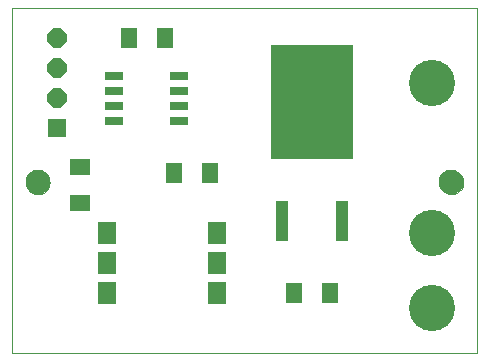
<source format=gts>
G75*
%MOIN*%
%OFA0B0*%
%FSLAX24Y24*%
%IPPOS*%
%LPD*%
%AMOC8*
5,1,8,0,0,1.08239X$1,22.5*
%
%ADD10C,0.0000*%
%ADD11C,0.0827*%
%ADD12R,0.0638X0.0741*%
%ADD13R,0.0640X0.0640*%
%ADD14OC8,0.0640*%
%ADD15R,0.0434X0.1379*%
%ADD16R,0.2717X0.3820*%
%ADD17R,0.0552X0.0670*%
%ADD18R,0.0670X0.0552*%
%ADD19R,0.0640X0.0280*%
%ADD20C,0.1540*%
D10*
X000100Y000100D02*
X000100Y011596D01*
X015600Y011596D01*
X015600Y000100D01*
X000100Y000100D01*
X000576Y005800D02*
X000578Y005839D01*
X000584Y005878D01*
X000594Y005916D01*
X000607Y005953D01*
X000624Y005988D01*
X000644Y006022D01*
X000668Y006053D01*
X000695Y006082D01*
X000724Y006108D01*
X000756Y006131D01*
X000790Y006151D01*
X000826Y006167D01*
X000863Y006179D01*
X000902Y006188D01*
X000941Y006193D01*
X000980Y006194D01*
X001019Y006191D01*
X001058Y006184D01*
X001095Y006173D01*
X001132Y006159D01*
X001167Y006141D01*
X001200Y006120D01*
X001231Y006095D01*
X001259Y006068D01*
X001284Y006038D01*
X001306Y006005D01*
X001325Y005971D01*
X001340Y005935D01*
X001352Y005897D01*
X001360Y005859D01*
X001364Y005820D01*
X001364Y005780D01*
X001360Y005741D01*
X001352Y005703D01*
X001340Y005665D01*
X001325Y005629D01*
X001306Y005595D01*
X001284Y005562D01*
X001259Y005532D01*
X001231Y005505D01*
X001200Y005480D01*
X001167Y005459D01*
X001132Y005441D01*
X001095Y005427D01*
X001058Y005416D01*
X001019Y005409D01*
X000980Y005406D01*
X000941Y005407D01*
X000902Y005412D01*
X000863Y005421D01*
X000826Y005433D01*
X000790Y005449D01*
X000756Y005469D01*
X000724Y005492D01*
X000695Y005518D01*
X000668Y005547D01*
X000644Y005578D01*
X000624Y005612D01*
X000607Y005647D01*
X000594Y005684D01*
X000584Y005722D01*
X000578Y005761D01*
X000576Y005800D01*
X014366Y005800D02*
X014368Y005839D01*
X014374Y005878D01*
X014384Y005916D01*
X014397Y005953D01*
X014414Y005988D01*
X014434Y006022D01*
X014458Y006053D01*
X014485Y006082D01*
X014514Y006108D01*
X014546Y006131D01*
X014580Y006151D01*
X014616Y006167D01*
X014653Y006179D01*
X014692Y006188D01*
X014731Y006193D01*
X014770Y006194D01*
X014809Y006191D01*
X014848Y006184D01*
X014885Y006173D01*
X014922Y006159D01*
X014957Y006141D01*
X014990Y006120D01*
X015021Y006095D01*
X015049Y006068D01*
X015074Y006038D01*
X015096Y006005D01*
X015115Y005971D01*
X015130Y005935D01*
X015142Y005897D01*
X015150Y005859D01*
X015154Y005820D01*
X015154Y005780D01*
X015150Y005741D01*
X015142Y005703D01*
X015130Y005665D01*
X015115Y005629D01*
X015096Y005595D01*
X015074Y005562D01*
X015049Y005532D01*
X015021Y005505D01*
X014990Y005480D01*
X014957Y005459D01*
X014922Y005441D01*
X014885Y005427D01*
X014848Y005416D01*
X014809Y005409D01*
X014770Y005406D01*
X014731Y005407D01*
X014692Y005412D01*
X014653Y005421D01*
X014616Y005433D01*
X014580Y005449D01*
X014546Y005469D01*
X014514Y005492D01*
X014485Y005518D01*
X014458Y005547D01*
X014434Y005578D01*
X014414Y005612D01*
X014397Y005647D01*
X014384Y005684D01*
X014374Y005722D01*
X014368Y005761D01*
X014366Y005800D01*
D11*
X014760Y005800D03*
X000970Y005800D03*
D12*
X003271Y004100D03*
X003271Y003100D03*
X003271Y002100D03*
X006929Y002100D03*
X006929Y003100D03*
X006929Y004100D03*
D13*
X001600Y007600D03*
D14*
X001600Y008600D03*
X001600Y009600D03*
X001600Y010600D03*
D15*
X009100Y004502D03*
X011100Y004502D03*
D16*
X010100Y008478D03*
D17*
X006700Y006100D03*
X005500Y006100D03*
X009500Y002100D03*
X010700Y002100D03*
X005200Y010610D03*
X004000Y010610D03*
D18*
X002380Y006310D03*
X002380Y005110D03*
D19*
X003520Y007850D03*
X003520Y008350D03*
X003520Y008850D03*
X003520Y009350D03*
X005680Y009350D03*
X005680Y008850D03*
X005680Y008350D03*
X005680Y007850D03*
D20*
X014100Y009100D03*
X014100Y004100D03*
X014100Y001600D03*
M02*

</source>
